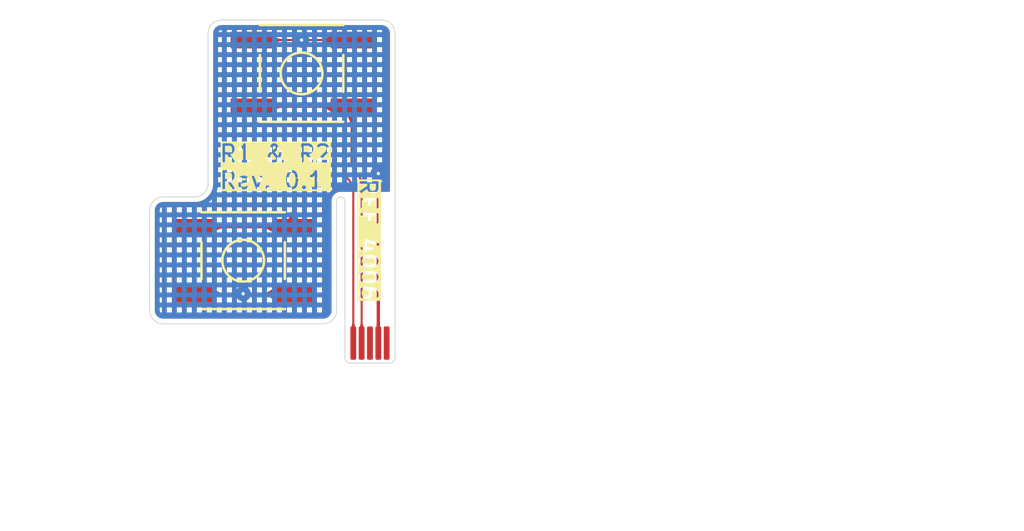
<source format=kicad_pcb>
(kicad_pcb (version 20221018) (generator pcbnew)
  (layers (0 "F.Cu" signal) (31 "B.Cu" signal) (34 "B.Paste" user) (35 "F.Paste" user) (36 "B.SilkS" user "B.Silkscreen") (37 "F.SilkS" user "F.Silkscreen") (38 "B.Mask" user) (39 "F.Mask" user) (44 "Edge.Cuts" user))
  (net 0 "")
  (net 1 "/R2")
  (net 2 "/R1")
  (net 3 "GND")
  (net 4 "3V3_SBY")
  (footprint "PS2:SW_KSC222J_LFS" (layer "F.Cu") (at 97.1 134.4)
    (fp_text reference "SW102" hide)
    (fp_text value "SW")
    (fp_line (start -2.5 -2.9) (end 2.5 -2.9) (stroke (width 0.15)) (layer "F.SilkS"))
    (fp_line (start -2.5 1.1) (end -2.5 -1.1) (stroke (width 0.15)) (layer "F.SilkS"))
    (fp_line (start -2.5 2.9) (end 2.5 2.9) (stroke (width 0.15)) (layer "F.SilkS"))
    (fp_line (start 2.5 1.1) (end 2.5 -1.1) (stroke (width 0.15)) (layer "F.SilkS"))
    (fp_circle (center 0 0) (end 1.25 0) (stroke (width 0.15)) (fill none) (layer "F.SilkS"))
    (pad "1" smd rect (at -3 -2) (size 2.5 1) (layers "F.Cu" "F.Paste" "F.Mask") (net 3 "GND"))
    (pad "1" smd rect (at 3 -2) (size 2.5 1) (layers "F.Cu" "F.Paste" "F.Mask") (net 3 "GND"))
    (pad "2" smd rect (at -3 2) (size 2.5 1) (layers "F.Cu" "F.Paste" "F.Mask") (net 1 "/R2"))
    (pad "2" smd rect (at 3 2) (size 2.5 1) (layers "F.Cu" "F.Paste" "F.Mask") (net 1 "/R2"))
  )
  (footprint "PS2:5034800540_FFC" (layer "F.Cu") (at 101.2 151.76 180)
    (fp_text reference "J101" hide)
    (fp_text value "Conn_01x05")
    (pad "1" smd roundrect (at -1 1.2 180) (size 0.35 2) (layers "F.Cu" "F.Mask") (net 4 "3V3_SBY"))
    (pad "2" smd roundrect (at -0.5 1.2 180) (size 0.35 2) (layers "F.Cu" "F.Mask") (net 3 "GND"))
    (pad "3" smd roundrect (at 0 1.2 180) (size 0.35 2) (layers "F.Cu" "F.Mask"))
    (pad "4" smd roundrect (at 0.5 1.2 180) (size 0.35 2) (layers "F.Cu" "F.Mask") (net 1 "/R2"))
    (pad "5" smd roundrect (at 1 1.2 180) (size 0.35 2) (layers "F.Cu" "F.Mask") (net 2 "/R1"))
  )
  (footprint "PS2:SW_KSC222J_LFS" (layer "F.Cu") (at 93.6 145.62 180)
    (fp_text reference "SW101" hide)
    (fp_text value "SW")
    (fp_line (start -2.5 -2.9) (end 2.5 -2.9) (stroke (width 0.15)) (layer "F.SilkS"))
    (fp_line (start -2.5 1.1) (end -2.5 -1.1) (stroke (width 0.15)) (layer "F.SilkS"))
    (fp_line (start -2.5 2.9) (end 2.5 2.9) (stroke (width 0.15)) (layer "F.SilkS"))
    (fp_line (start 2.5 1.1) (end 2.5 -1.1) (stroke (width 0.15)) (layer "F.SilkS"))
    (fp_circle (center 0 0) (end 1.25 0) (stroke (width 0.15)) (fill none) (layer "F.SilkS"))
    (pad "1" smd rect (at -3 -2 180) (size 2.5 1) (layers "F.Cu" "F.Paste" "F.Mask") (net 3 "GND"))
    (pad "1" smd rect (at 3 -2 180) (size 2.5 1) (layers "F.Cu" "F.Paste" "F.Mask") (net 3 "GND"))
    (pad "2" smd rect (at -3 2 180) (size 2.5 1) (layers "F.Cu" "F.Paste" "F.Mask") (net 2 "/R1"))
    (pad "2" smd rect (at 3 2 180) (size 2.5 1) (layers "F.Cu" "F.Paste" "F.Mask") (net 2 "/R1"))
  )
  (gr_line (start 91.5 132) (end 91.5 141) (stroke (width 0.05)) (layer "Edge.Cuts"))
  (gr_arc (start 91.5 141) (mid 91.265683 141.565673) (end 90.7 141.8) (stroke (width 0.05)) (layer "Edge.Cuts"))
  (gr_line (start 101.9 131.2) (end 92.3 131.2) (stroke (width 0.05)) (layer "Edge.Cuts"))
  (gr_line (start 99.7 151.455199) (end 99.7 142.05) (stroke (width 0.05)) (layer "Edge.Cuts"))
  (gr_arc (start 91.5 132) (mid 91.734313 131.434303) (end 92.3 131.2) (stroke (width 0.05)) (layer "Edge.Cuts"))
  (gr_arc (start 88.8 149.4) (mid 88.234337 149.165673) (end 88 148.6) (stroke (width 0.05)) (layer "Edge.Cuts"))
  (gr_arc (start 101.9 131.2) (mid 102.465707 131.434303) (end 102.7 132) (stroke (width 0.05)) (layer "Edge.Cuts"))
  (gr_arc (start 100 151.755199) (mid 99.78789 151.667319) (end 99.7 151.455199) (stroke (width 0.05)) (layer "Edge.Cuts"))
  (gr_line (start 102.7 151.455199) (end 102.7 132) (stroke (width 0.05)) (layer "Edge.Cuts"))
  (gr_arc (start 88 142.6) (mid 88.234313 142.034303) (end 88.8 141.8) (stroke (width 0.05)) (layer "Edge.Cuts"))
  (gr_arc (start 99.2 142.05) (mid 99.45 141.8) (end 99.7 142.05) (stroke (width 0.05)) (layer "Edge.Cuts"))
  (gr_line (start 100 151.755199) (end 102.4 151.755199) (stroke (width 0.05)) (layer "Edge.Cuts"))
  (gr_arc (start 102.7 151.455199) (mid 102.61213 151.66732) (end 102.4 151.755199) (stroke (width 0.05)) (layer "Edge.Cuts"))
  (gr_line (start 90.7 141.8) (end 88.8 141.8) (stroke (width 0.05)) (layer "Edge.Cuts"))
  (gr_line (start 99.2 148.6) (end 99.2 142.05) (stroke (width 0.05)) (layer "Edge.Cuts"))
  (gr_line (start 88.8 149.4) (end 98.4 149.4) (stroke (width 0.05)) (layer "Edge.Cuts"))
  (gr_line (start 88 142.6) (end 88 148.6) (stroke (width 0.05)) (layer "Edge.Cuts"))
  (gr_arc (start 99.2 148.6) (mid 98.965683 149.165673) (end 98.4 149.4) (stroke (width 0.05)) (layer "Edge.Cuts"))
  (gr_text "R1 & R2\nRev. 0.1" (at 92.1 141.4) (layer "F.SilkS" knockout) (effects (font (size 1 1)) (justify left bottom)))
  (gr_text "REF 4006" (at 100.5 140.6 270) (layer "F.SilkS" knockout) (effects (font (size 1 1)) (justify left bottom)))
  (gr_text "" (at 88 160.025195) (layer "Edge.Cuts") (effects (font (size 4.83362 3.04518) (thickness 0.604202)) (justify left top)))
  (gr_text "" (at 88 160.025195) (layer "Edge.Cuts") (effects (font (size 4.83362 3.04518) (thickness 0.604202)) (justify left top)))
  (segment (start 94.1 136.4) (end 100.1 136.4) (width 0.125) (layer "F.Cu") (net 1))
  (segment (start 100.1 139.651471) (end 100.1 136.4) (width 0.125) (layer "F.Cu") (net 1))
  (segment (start 100.7 150.66) (end 100.7 141.1) (width 0.125) (layer "F.Cu") (net 1))
  (arc (start 100.7 141.1) (mid 100.622032 140.708031) (end 100.4 140.375735) (width 0.125) (layer "F.Cu") (net 1))
  (arc (start 100.4 140.375735) (mid 100.177968 140.04344) (end 100.1 139.651471) (width 0.125) (layer "F.Cu") (net 1))
  (segment (start 100.2 150.66) (end 100.2 141.5) (width 0.125) (layer "F.Cu") (net 2))
  (segment (start 96.6 143.62) (end 96.6 141.5) (width 0.125) (layer "F.Cu") (net 2))
  (segment (start 90.6 143.62) (end 96.6 143.62) (width 0.125) (layer "F.Cu") (net 2))
  (segment (start 99.1 140.4) (end 97.7 140.4) (width 0.125) (layer "F.Cu") (net 2))
  (arc (start 96.6 141.5) (mid 96.922183 140.722183) (end 97.7 140.4) (width 0.125) (layer "F.Cu") (net 2))
  (arc (start 100.2 141.5) (mid 99.877817 140.722183) (end 99.1 140.4) (width 0.125) (layer "F.Cu") (net 2))
  (segment (start 101.7 150.66) (end 101.7 140.4) (width 0.2) (layer "F.Cu") (net 3))
  (segment (start 93.62 147.62) (end 96.6 147.62) (width 0.125) (layer "F.Cu") (net 3))
  (segment (start 93.6 147.6) (end 93.62 147.62) (width 0.125) (layer "F.Cu") (net 3))
  (segment (start 90.6 147.62) (end 93.58 147.62) (width 0.125) (layer "F.Cu") (net 3))
  (segment (start 97.1 132.4) (end 100.1 132.4) (width 0.125) (layer "F.Cu") (net 3))
  (segment (start 93.58 147.62) (end 93.6 147.6) (width 0.125) (layer "F.Cu") (net 3))
  (segment (start 94.1 132.4) (end 97.1 132.4) (width 0.125) (layer "F.Cu") (net 3))
  (via (at 101.7 140.4) (size 0.45) (drill 0.2) (layers "F.Cu" "B.Cu") (net 3))
  (via (at 93.6 147.6) (size 0.45) (drill 0.2) (layers "F.Cu" "B.Cu") (net 3))
  (via (at 97.1 132.4) (size 0.45) (drill 0.2) (layers "F.Cu" "B.Cu") (net 3))
  (zone (net 3) (net_name "GND") (layer "B.Cu") (connect_pads yes (clearance 0.125)) (min_thickness 0.125) (fill yes (mode hatch) (thermal_gap 0.5) (thermal_bridge_width 0.5) (hatch_thickness 0.3) (hatch_gap 0.3) (hatch_orientation 0) (hatch_border_algorithm hatch_thickness) (hatch_min_hole_area 0.3))
    (polygon (pts (xy 86 130) (xy 86 149.5) (xy 99.5 149.5) (xy 99.5 141.5) (xy 105 141.5) (xy 105 130)))
  )
)
</source>
